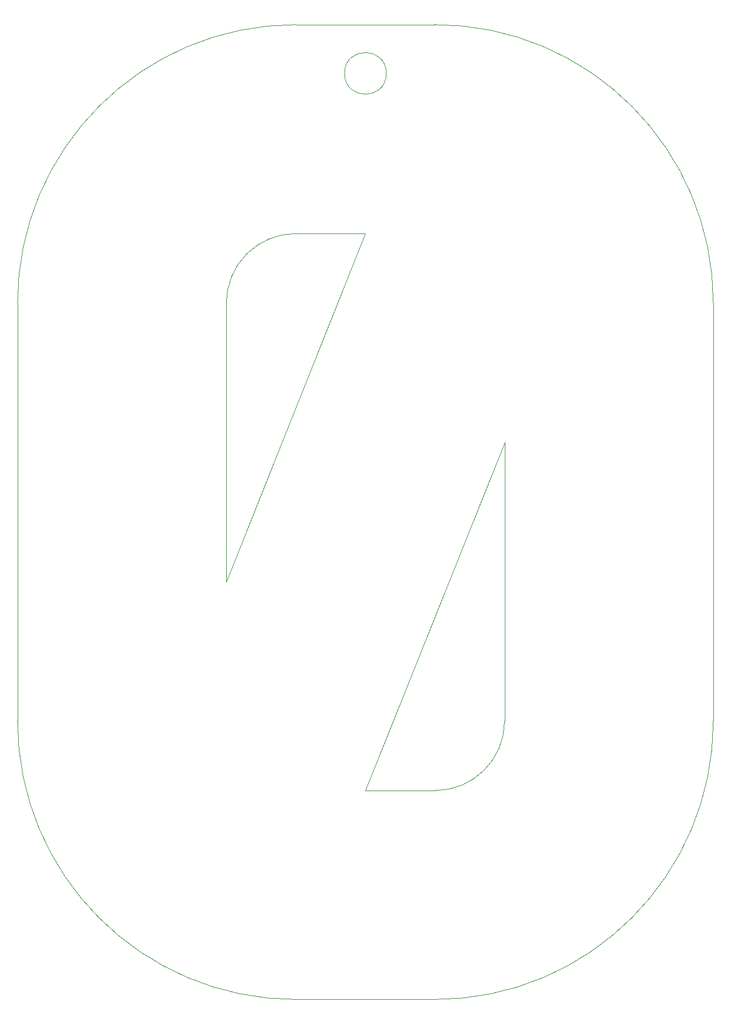
<source format=gm1>
%TF.GenerationSoftware,KiCad,Pcbnew,9.0.1*%
%TF.CreationDate,2025-06-08T19:27:13+02:00*%
%TF.ProjectId,circle-badge,63697263-6c65-42d6-9261-6467652e6b69,1.1*%
%TF.SameCoordinates,PX2faf080PY1c9c380*%
%TF.FileFunction,Profile,NP*%
%FSLAX46Y46*%
G04 Gerber Fmt 4.6, Leading zero omitted, Abs format (unit mm)*
G04 Created by KiCad (PCBNEW 9.0.1) date 2025-06-08 19:27:13*
%MOMM*%
%LPD*%
G01*
G04 APERTURE LIST*
%TA.AperFunction,Profile*%
%ADD10C,0.050000*%
%TD*%
G04 APERTURE END LIST*
D10*
X100000000Y-100000000D02*
G75*
G02*
X60000000Y-140000000I-40000000J0D01*
G01*
X50000000Y-30000000D02*
X30000000Y-80000000D01*
X70000000Y-60000000D02*
X50000000Y-110000000D01*
X53000000Y-7000000D02*
G75*
G02*
X47000000Y-7000000I-3000000J0D01*
G01*
X47000000Y-7000000D02*
G75*
G02*
X53000000Y-7000000I3000000J0D01*
G01*
X70000000Y-60000000D02*
X70000000Y-100000000D01*
X100000000Y-40000000D02*
X100000000Y-100000000D01*
X70000000Y-100000000D02*
G75*
G02*
X60000000Y-110000000I-10000000J0D01*
G01*
X0Y-40000000D02*
G75*
G02*
X40000000Y0I40000000J0D01*
G01*
X60000000Y0D02*
G75*
G02*
X100000000Y-40000000I0J-40000000D01*
G01*
X40000000Y-30000000D02*
X50000000Y-30000000D01*
X60000000Y-140000000D02*
X40000000Y-140000000D01*
X40000000Y-140000000D02*
G75*
G02*
X0Y-100000000I0J40000000D01*
G01*
X60000000Y-110000000D02*
X50000000Y-110000000D01*
X40000000Y0D02*
X60000000Y0D01*
X30000000Y-40000000D02*
G75*
G02*
X40000000Y-30000000I10000000J0D01*
G01*
X30000000Y-40000000D02*
X30000000Y-80000000D01*
X0Y-100000000D02*
X0Y-40000000D01*
M02*

</source>
